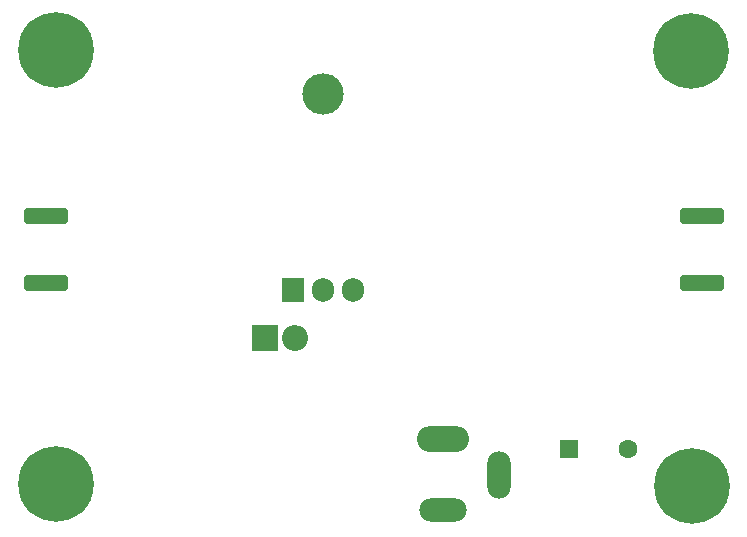
<source format=gbr>
%TF.GenerationSoftware,KiCad,Pcbnew,9.0.0*%
%TF.CreationDate,2025-03-21T19:43:46+05:30*%
%TF.ProjectId,HF-PA-v10,48462d50-412d-4763-9130-2e6b69636164,rev?*%
%TF.SameCoordinates,Original*%
%TF.FileFunction,Soldermask,Bot*%
%TF.FilePolarity,Negative*%
%FSLAX46Y46*%
G04 Gerber Fmt 4.6, Leading zero omitted, Abs format (unit mm)*
G04 Created by KiCad (PCBNEW 9.0.0) date 2025-03-21 19:43:46*
%MOMM*%
%LPD*%
G01*
G04 APERTURE LIST*
G04 Aperture macros list*
%AMRoundRect*
0 Rectangle with rounded corners*
0 $1 Rounding radius*
0 $2 $3 $4 $5 $6 $7 $8 $9 X,Y pos of 4 corners*
0 Add a 4 corners polygon primitive as box body*
4,1,4,$2,$3,$4,$5,$6,$7,$8,$9,$2,$3,0*
0 Add four circle primitives for the rounded corners*
1,1,$1+$1,$2,$3*
1,1,$1+$1,$4,$5*
1,1,$1+$1,$6,$7*
1,1,$1+$1,$8,$9*
0 Add four rect primitives between the rounded corners*
20,1,$1+$1,$2,$3,$4,$5,0*
20,1,$1+$1,$4,$5,$6,$7,0*
20,1,$1+$1,$6,$7,$8,$9,0*
20,1,$1+$1,$8,$9,$2,$3,0*%
G04 Aperture macros list end*
%ADD10C,0.800000*%
%ADD11C,6.400000*%
%ADD12RoundRect,0.250000X1.600000X-0.425000X1.600000X0.425000X-1.600000X0.425000X-1.600000X-0.425000X0*%
%ADD13O,4.400000X2.200000*%
%ADD14O,4.000000X2.000000*%
%ADD15O,2.000000X4.000000*%
%ADD16R,2.200000X2.200000*%
%ADD17O,2.200000X2.200000*%
%ADD18RoundRect,0.250000X-1.600000X0.425000X-1.600000X-0.425000X1.600000X-0.425000X1.600000X0.425000X0*%
%ADD19O,3.500000X3.500000*%
%ADD20R,1.905000X2.000000*%
%ADD21O,1.905000X2.000000*%
%ADD22R,1.600000X1.600000*%
%ADD23C,1.600000*%
G04 APERTURE END LIST*
D10*
%TO.C,H3*%
X1250000Y-40310000D03*
X1952944Y-38612944D03*
X1952944Y-42007056D03*
X3650000Y-37910000D03*
D11*
X3650000Y-40310000D03*
D10*
X3650000Y-42710000D03*
X5347056Y-38612944D03*
X5347056Y-42007056D03*
X6050000Y-40310000D03*
%TD*%
D12*
%TO.C,RF_OUT1*%
X58330000Y-17600000D03*
X58330000Y-23250000D03*
%TD*%
D13*
%TO.C,Power1*%
X36410000Y-36505000D03*
D14*
X36410000Y-42505000D03*
D15*
X41110000Y-39505000D03*
%TD*%
D10*
%TO.C,H4*%
X55022944Y-40480000D03*
X55725888Y-38782944D03*
X55725888Y-42177056D03*
X57422944Y-38080000D03*
D11*
X57422944Y-40480000D03*
D10*
X57422944Y-42880000D03*
X59120000Y-38782944D03*
X59120000Y-42177056D03*
X59822944Y-40480000D03*
%TD*%
D16*
%TO.C,D1*%
X21310000Y-27930000D03*
D17*
X23850000Y-27930000D03*
%TD*%
D18*
%TO.C,RF_IN1*%
X2805000Y-23230000D03*
X2805000Y-17580000D03*
%TD*%
D19*
%TO.C,Q1*%
X26190000Y-7215000D03*
D20*
X23650000Y-23875000D03*
D21*
X26190000Y-23875000D03*
X28730000Y-23875000D03*
%TD*%
D22*
%TO.C,C6*%
X47032349Y-37305000D03*
D23*
X52032349Y-37305000D03*
%TD*%
D10*
%TO.C,H1*%
X1180000Y-3550000D03*
X1882944Y-1852944D03*
X1882944Y-5247056D03*
X3580000Y-1150000D03*
D11*
X3580000Y-3550000D03*
D10*
X3580000Y-5950000D03*
X5277056Y-1852944D03*
X5277056Y-5247056D03*
X5980000Y-3550000D03*
%TD*%
%TO.C,H2*%
X55002944Y-3610000D03*
X55705888Y-1912944D03*
X55705888Y-5307056D03*
X57402944Y-1210000D03*
D11*
X57402944Y-3610000D03*
D10*
X57402944Y-6010000D03*
X59100000Y-1912944D03*
X59100000Y-5307056D03*
X59802944Y-3610000D03*
%TD*%
M02*

</source>
